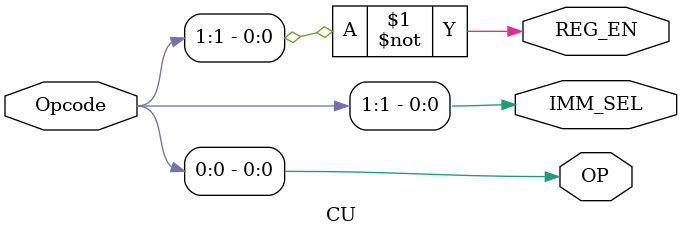
<source format=v>
module CU (
    input wire [1:0] Opcode,
    output wire OP,
    output wire REG_EN,
    output wire IMM_SEL
);

    assign OP = Opcode[0];
    assign REG_EN = ~Opcode[1] ; //0 means reg mode
    assign IMM_SEL = Opcode[1] ; //1 means immediate mode

endmodule
</source>
